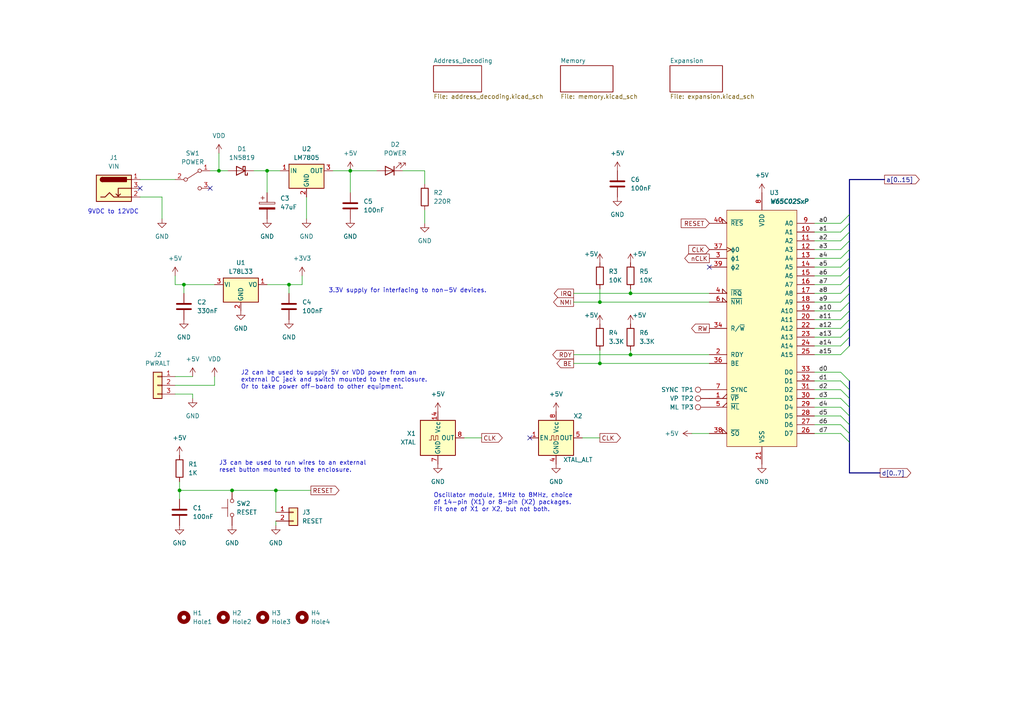
<source format=kicad_sch>
(kicad_sch (version 20230121) (generator eeschema)
  (paper "A4")
  (lib_symbols
    (symbol "Connector:Barrel_Jack_Switch" (pin_names hide)
      (property "Reference" "J" (at 0 5.334 0))
      (property "Value" "Barrel_Jack_Switch" (at 0 -5.08 0))
      (symbol "Barrel_Jack_Switch_0_1"
        (rectangle (start -5.08 3.81) (end 5.08 -3.81) (stroke (width 0.254)) (fill (type background)))
        (arc (start -3.302 3.175) (mid -3.9343 2.54) (end -3.302 1.905) (stroke (width 0.254)))
        (arc (start -3.302 3.175) (mid -3.9343 2.54) (end -3.302 1.905) (stroke (width 0.254)) (fill (type outline)))
        (polyline (pts (xy 1.27 -2.286) (xy 1.905 -1.651)) (stroke (width 0.254)))
        (polyline (pts (xy 5.08 2.54) (xy 3.81 2.54)) (stroke (width 0.254)))
        (polyline (pts (xy 5.08 0) (xy 1.27 0) (xy 1.27 -2.286) (xy 0.635 -1.651)) (stroke (width 0.254)))
        (polyline (pts (xy -3.81 -2.54) (xy -2.54 -2.54) (xy -1.27 -1.27) (xy 0 -2.54) (xy 2.54 -2.54) (xy 5.08 -2.54)) (stroke (width 0.254)))
        (rectangle (start 3.683 3.175) (end -3.302 1.905) (stroke (width 0.254)) (fill (type outline)))
      )
      (symbol "Barrel_Jack_Switch_1_1"
        (pin passive line (at 7.62 2.54 180) (length 2.54) (name "~") (number "1"))
        (pin passive line (at 7.62 -2.54 180) (length 2.54) (name "~") (number "2"))
        (pin passive line (at 7.62 0 180) (length 2.54) (name "~") (number "3"))
      )
    )
    (symbol "Connector:TestPoint" (pin_numbers hide) (pin_names (offset 0.762) hide)
      (property "Reference" "TP" (at 0 6.858 0))
      (property "Value" "TestPoint" (at 0 5.08 0))
      (symbol "TestPoint_0_1"
        (circle (center 0 3.302) (radius 0.762))
      )
      (symbol "TestPoint_1_1"
        (pin passive line (at 0 0 90) (length 2.54) (name "1") (number "1"))
      )
    )
    (symbol "Connector_Generic:Conn_01x02" (pin_names (offset 1.016) hide)
      (property "Reference" "J" (at 0 2.54 0))
      (property "Value" "Conn_01x02" (at 0 -5.08 0))
      (symbol "Conn_01x02_1_1"
        (rectangle (start -1.27 -2.413) (end 0 -2.667) (stroke (width 0.1524)))
        (rectangle (start -1.27 0.127) (end 0 -0.127) (stroke (width 0.1524)))
        (rectangle (start -1.27 1.27) (end 1.27 -3.81) (stroke (width 0.254)) (fill (type background)))
        (pin passive line (at -5.08 0 0) (length 3.81) (name "Pin_1") (number "1"))
        (pin passive line (at -5.08 -2.54 0) (length 3.81) (name "Pin_2") (number "2"))
      )
    )
    (symbol "Connector_Generic:Conn_01x03" (pin_names (offset 1.016) hide)
      (property "Reference" "J" (at 0 5.08 0))
      (property "Value" "Conn_01x03" (at 0 -5.08 0))
      (symbol "Conn_01x03_1_1"
        (rectangle (start -1.27 -2.413) (end 0 -2.667) (stroke (width 0.1524)))
        (rectangle (start -1.27 0.127) (end 0 -0.127) (stroke (width 0.1524)))
        (rectangle (start -1.27 2.667) (end 0 2.413) (stroke (width 0.1524)))
        (rectangle (start -1.27 3.81) (end 1.27 -3.81) (stroke (width 0.254)) (fill (type background)))
        (pin passive line (at -5.08 2.54 0) (length 3.81) (name "Pin_1") (number "1"))
        (pin passive line (at -5.08 0 0) (length 3.81) (name "Pin_2") (number "2"))
        (pin passive line (at -5.08 -2.54 0) (length 3.81) (name "Pin_3") (number "3"))
      )
    )
    (symbol "Device:C" (pin_numbers hide) (pin_names (offset 0.254))
      (property "Reference" "C" (at 0.635 2.54 0))
      (property "Value" "C" (at 0.635 -2.54 0))
      (symbol "C_0_1"
        (polyline (pts (xy -2.032 -0.762) (xy 2.032 -0.762)) (stroke (width 0.508)))
        (polyline (pts (xy -2.032 0.762) (xy 2.032 0.762)) (stroke (width 0.508)))
      )
      (symbol "C_1_1"
        (pin passive line (at 0 3.81 270) (length 2.794) (name "~") (number "1"))
        (pin passive line (at 0 -3.81 90) (length 2.794) (name "~") (number "2"))
      )
    )
    (symbol "Device:C_Polarized" (pin_numbers hide) (pin_names (offset 0.254))
      (property "Reference" "C" (at 0.635 2.54 0))
      (property "Value" "C_Polarized" (at 0.635 -2.54 0))
      (symbol "C_Polarized_0_1"
        (rectangle (start -2.286 0.508) (end 2.286 1.016))
        (polyline (pts (xy -1.778 2.286) (xy -0.762 2.286)))
        (polyline (pts (xy -1.27 2.794) (xy -1.27 1.778)))
        (rectangle (start 2.286 -0.508) (end -2.286 -1.016) (fill (type outline)))
      )
      (symbol "C_Polarized_1_1"
        (pin passive line (at 0 3.81 270) (length 2.794) (name "~") (number "1"))
        (pin passive line (at 0 -3.81 90) (length 2.794) (name "~") (number "2"))
      )
    )
    (symbol "Device:LED" (pin_numbers hide) (pin_names (offset 1.016) hide)
      (property "Reference" "D" (at 0 2.54 0))
      (property "Value" "LED" (at 0 -2.54 0))
      (symbol "LED_0_1"
        (polyline (pts (xy -1.27 -1.27) (xy -1.27 1.27)) (stroke (width 0.254)))
        (polyline (pts (xy -1.27 0) (xy 1.27 0)))
        (polyline (pts (xy 1.27 -1.27) (xy 1.27 1.27) (xy -1.27 0) (xy 1.27 -1.27)) (stroke (width 0.254)))
        (polyline (pts (xy -3.048 -0.762) (xy -4.572 -2.286) (xy -3.81 -2.286) (xy -4.572 -2.286) (xy -4.572 -1.524)))
        (polyline (pts (xy -1.778 -0.762) (xy -3.302 -2.286) (xy -2.54 -2.286) (xy -3.302 -2.286) (xy -3.302 -1.524)))
      )
      (symbol "LED_1_1"
        (pin passive line (at -3.81 0 0) (length 2.54) (name "K") (number "1"))
        (pin passive line (at 3.81 0 180) (length 2.54) (name "A") (number "2"))
      )
    )
    (symbol "Device:R" (pin_numbers hide) (pin_names (offset 0))
      (property "Reference" "R" (at 2.032 0 90))
      (property "Value" "R" (at 0 0 90))
      (symbol "R_0_1"
        (rectangle (start -1.016 -2.54) (end 1.016 2.54) (stroke (width 0.254)))
      )
      (symbol "R_1_1"
        (pin passive line (at 0 3.81 270) (length 1.27) (name "~") (number "1"))
        (pin passive line (at 0 -3.81 90) (length 1.27) (name "~") (number "2"))
      )
    )
    (symbol "Diode:1N5819" (pin_numbers hide) (pin_names (offset 1.016) hide)
      (property "Reference" "D" (at 0 2.54 0))
      (property "Value" "1N5819" (at 0 -2.54 0))
      (symbol "1N5819_0_1"
        (polyline (pts (xy 1.27 0) (xy -1.27 0)))
        (polyline (pts (xy 1.27 1.27) (xy 1.27 -1.27) (xy -1.27 0) (xy 1.27 1.27)) (stroke (width 0.254)))
        (polyline (pts (xy -1.905 0.635) (xy -1.905 1.27) (xy -1.27 1.27) (xy -1.27 -1.27) (xy -0.635 -1.27) (xy -0.635 -0.635)) (stroke (width 0.254)))
      )
      (symbol "1N5819_1_1"
        (pin passive line (at -3.81 0 0) (length 2.54) (name "K") (number "1"))
        (pin passive line (at 3.81 0 180) (length 2.54) (name "A") (number "2"))
      )
    )
    (symbol "MOS6502:W65C02SxP" (pin_names (offset 1.016))
      (property "Reference" "U" (at -10.16 35.56 0))
      (property "Value" "W65C02SxP" (at 0 0 90))
      (symbol "W65C02SxP_0_1"
        (rectangle (start -10.16 34.29) (end 10.16 -34.29) (fill (type background)))
      )
      (symbol "W65C02SxP_1_1"
        (pin output output_low (at -15.24 -20.32 0) (length 5.08) (name "~{VP}") (number "1"))
        (pin tri_state line (at 15.24 27.94 180) (length 5.08) (name "A1") (number "10"))
        (pin tri_state line (at 15.24 25.4 180) (length 5.08) (name "A2") (number "11"))
        (pin tri_state line (at 15.24 22.86 180) (length 5.08) (name "A3") (number "12"))
        (pin tri_state line (at 15.24 20.32 180) (length 5.08) (name "A4") (number "13"))
        (pin tri_state line (at 15.24 17.78 180) (length 5.08) (name "A5") (number "14"))
        (pin tri_state line (at 15.24 15.24 180) (length 5.08) (name "A6") (number "15"))
        (pin tri_state line (at 15.24 12.7 180) (length 5.08) (name "A7") (number "16"))
        (pin tri_state line (at 15.24 10.16 180) (length 5.08) (name "A8") (number "17"))
        (pin tri_state line (at 15.24 7.62 180) (length 5.08) (name "A9") (number "18"))
        (pin tri_state line (at 15.24 5.08 180) (length 5.08) (name "A10") (number "19"))
        (pin open_collector line (at -15.24 -7.62 0) (length 5.08) (name "RDY") (number "2"))
        (pin tri_state line (at 15.24 2.54 180) (length 5.08) (name "A11") (number "20"))
        (pin power_in line (at 0 -39.37 90) (length 5.08) (name "VSS") (number "21"))
        (pin tri_state line (at 15.24 0 180) (length 5.08) (name "A12") (number "22"))
        (pin tri_state line (at 15.24 -2.54 180) (length 5.08) (name "A13") (number "23"))
        (pin tri_state line (at 15.24 -5.08 180) (length 5.08) (name "A14") (number "24"))
        (pin tri_state line (at 15.24 -7.62 180) (length 5.08) (name "A15") (number "25"))
        (pin bidirectional line (at 15.24 -30.48 180) (length 5.08) (name "D7") (number "26"))
        (pin bidirectional line (at 15.24 -27.94 180) (length 5.08) (name "D6") (number "27"))
        (pin bidirectional line (at 15.24 -25.4 180) (length 5.08) (name "D5") (number "28"))
        (pin bidirectional line (at 15.24 -22.86 180) (length 5.08) (name "D4") (number "29"))
        (pin output line (at -15.24 20.32 0) (length 5.08) (name "ϕ1") (number "3"))
        (pin bidirectional line (at 15.24 -20.32 180) (length 5.08) (name "D3") (number "30"))
        (pin bidirectional line (at 15.24 -17.78 180) (length 5.08) (name "D2") (number "31"))
        (pin bidirectional line (at 15.24 -15.24 180) (length 5.08) (name "D1") (number "32"))
        (pin bidirectional line (at 15.24 -12.7 180) (length 5.08) (name "D0") (number "33"))
        (pin tri_state line (at -15.24 0 0) (length 5.08) (name "R/~{W}") (number "34"))
        (pin no_connect non_logic (at -10.16 -27.94 0) (length 2.54) hide (name "nc") (number "35"))
        (pin input line (at -15.24 -10.16 0) (length 5.08) (name "BE") (number "36"))
        (pin input clock (at -15.24 22.86 0) (length 5.08) (name "ϕ0") (number "37"))
        (pin input input_low (at -15.24 -30.48 0) (length 5.08) (name "~{SO}") (number "38"))
        (pin output line (at -15.24 17.78 0) (length 5.08) (name "ϕ2") (number "39"))
        (pin input input_low (at -15.24 10.16 0) (length 5.08) (name "~{IRQ}") (number "4"))
        (pin input input_low (at -15.24 30.48 0) (length 5.08) (name "~{RES}") (number "40"))
        (pin output output_low (at -15.24 -22.86 0) (length 5.08) (name "~{ML}") (number "5"))
        (pin input input_low (at -15.24 7.62 0) (length 5.08) (name "~{NMI}") (number "6"))
        (pin output line (at -15.24 -17.78 0) (length 5.08) (name "SYNC") (number "7"))
        (pin power_in line (at 0 39.37 270) (length 5.08) (name "VDD") (number "8"))
        (pin tri_state line (at 15.24 30.48 180) (length 5.08) (name "A0") (number "9"))
      )
    )
    (symbol "Mechanical:MountingHole" (pin_names (offset 1.016))
      (property "Reference" "H" (at 0 5.08 0))
      (property "Value" "MountingHole" (at 0 3.175 0))
      (symbol "MountingHole_0_1"
        (circle (center 0 0) (radius 1.27) (stroke (width 1.27)))
      )
    )
    (symbol "Oscillator:ACO-xxxMHz" (pin_names (offset 0.254))
      (property "Reference" "X" (at -5.08 6.35 0))
      (property "Value" "ACO-xxxMHz" (at 1.27 -6.35 0))
      (symbol "ACO-xxxMHz_0_1"
        (rectangle (start -5.08 5.08) (end 5.08 -5.08) (stroke (width 0.254)) (fill (type background)))
        (polyline (pts (xy -2.54 -0.635) (xy -1.905 -0.635) (xy -1.905 0.635) (xy -1.27 0.635) (xy -1.27 -0.635) (xy -0.635 -0.635) (xy -0.635 0.635) (xy 0 0.635) (xy 0 -0.635)))
      )
      (symbol "ACO-xxxMHz_1_1"
        (pin no_connect line (at -5.08 2.54 0) (length 2.54) hide (name "NC") (number "1"))
        (pin power_in line (at 0 7.62 270) (length 2.54) (name "Vcc") (number "14"))
        (pin power_in line (at 0 -7.62 90) (length 2.54) (name "GND") (number "7"))
        (pin output line (at 7.62 0 180) (length 2.54) (name "OUT") (number "8"))
      )
    )
    (symbol "Oscillator:CXO_DIP8" (pin_names (offset 0.254))
      (property "Reference" "X" (at -5.08 6.35 0))
      (property "Value" "CXO_DIP8" (at 1.27 -6.35 0))
      (symbol "CXO_DIP8_0_1"
        (rectangle (start -5.08 5.08) (end 5.08 -5.08) (stroke (width 0.254)) (fill (type background)))
        (polyline (pts (xy -1.905 -0.635) (xy -1.27 -0.635) (xy -1.27 0.635) (xy -0.635 0.635) (xy -0.635 -0.635) (xy 0 -0.635) (xy 0 0.635) (xy 0.635 0.635) (xy 0.635 -0.635)))
      )
      (symbol "CXO_DIP8_1_1"
        (pin input line (at -7.62 0 0) (length 2.54) (name "EN") (number "1"))
        (pin power_in line (at 0 -7.62 90) (length 2.54) (name "GND") (number "4"))
        (pin output line (at 7.62 0 180) (length 2.54) (name "OUT") (number "5"))
        (pin power_in line (at 0 7.62 270) (length 2.54) (name "Vcc") (number "8"))
      )
    )
    (symbol "Regulator_Linear:L7805" (pin_names (offset 0.254))
      (property "Reference" "U" (at -3.81 3.175 0))
      (property "Value" "L7805" (at 0 3.175 0))
      (symbol "L7805_0_1"
        (rectangle (start -5.08 1.905) (end 5.08 -5.08) (stroke (width 0.254)) (fill (type background)))
      )
      (symbol "L7805_1_1"
        (pin power_in line (at -7.62 0 0) (length 2.54) (name "IN") (number "1"))
        (pin power_in line (at 0 -7.62 90) (length 2.54) (name "GND") (number "2"))
        (pin power_out line (at 7.62 0 180) (length 2.54) (name "OUT") (number "3"))
      )
    )
    (symbol "Regulator_Linear:L78L33_TO92" (pin_names (offset 0.254))
      (property "Reference" "U" (at -3.81 3.175 0))
      (property "Value" "L78L33_TO92" (at 0 3.175 0))
      (symbol "L78L33_TO92_0_1"
        (rectangle (start -5.08 -5.08) (end 5.08 1.905) (stroke (width 0.254)) (fill (type background)))
      )
      (symbol "L78L33_TO92_1_1"
        (pin power_out line (at 7.62 0 180) (length 2.54) (name "VO") (number "1"))
        (pin power_in line (at 0 -7.62 90) (length 2.54) (name "GND") (number "2"))
        (pin power_in line (at -7.62 0 0) (length 2.54) (name "VI") (number "3"))
      )
    )
    (symbol "Switch:SW_Push" (pin_numbers hide) (pin_names (offset 1.016) hide)
      (property "Reference" "SW" (at 1.27 2.54 0))
      (property "Value" "SW_Push" (at 0 -1.524 0))
      (symbol "SW_Push_0_1"
        (circle (center -2.032 0) (radius 0.508))
        (polyline (pts (xy 0 1.27) (xy 0 3.048)))
        (polyline (pts (xy 2.54 1.27) (xy -2.54 1.27)))
        (circle (center 2.032 0) (radius 0.508))
        (pin passive line (at -5.08 0 0) (length 2.54) (name "1") (number "1"))
        (pin passive line (at 5.08 0 180) (length 2.54) (name "2") (number "2"))
      )
    )
    (symbol "Switch:SW_SPDT" (pin_names (offset 0) hide)
      (property "Reference" "SW" (at 0 4.318 0))
      (property "Value" "SW_SPDT" (at 0 -5.08 0))
      (symbol "SW_SPDT_0_0"
        (circle (center -2.032 0) (radius 0.508))
        (circle (center 2.032 -2.54) (radius 0.508))
      )
      (symbol "SW_SPDT_0_1"
        (polyline (pts (xy -1.524 0.254) (xy 1.651 2.286)))
        (circle (center 2.032 2.54) (radius 0.508))
      )
      (symbol "SW_SPDT_1_1"
        (pin passive line (at 5.08 2.54 180) (length 2.54) (name "A") (number "1"))
        (pin passive line (at -5.08 0 0) (length 2.54) (name "B") (number "2"))
        (pin passive line (at 5.08 -2.54 180) (length 2.54) (name "C") (number "3"))
      )
    )
    (symbol "power:+3V3" (power) (pin_names (offset 0))
      (property "Value" "+3V3" (at 0 3.556 0))
      (symbol "+3V3_0_1"
        (polyline (pts (xy -0.762 1.27) (xy 0 2.54)))
        (polyline (pts (xy 0 0) (xy 0 2.54)))
        (polyline (pts (xy 0 2.54) (xy 0.762 1.27)))
      )
      (symbol "+3V3_1_1"
        (pin power_in line (at 0 0 90) (length 0) hide (name "+3V3") (number "1"))
      )
    )
    (symbol "power:+5V" (power) (pin_names (offset 0))
      (property "Value" "+5V" (at 0 3.556 0))
      (symbol "+5V_0_1"
        (polyline (pts (xy -0.762 1.27) (xy 0 2.54)))
        (polyline (pts (xy 0 0) (xy 0 2.54)))
        (polyline (pts (xy 0 2.54) (xy 0.762 1.27)))
      )
      (symbol "+5V_1_1"
        (pin power_in line (at 0 0 90) (length 0) hide (name "+5V") (number "1"))
      )
    )
    (symbol "power:GND" (power) (pin_names (offset 0))
      (property "Value" "GND" (at 0 -3.81 0))
      (symbol "GND_0_1"
        (polyline (pts (xy 0 0) (xy 0 -1.27) (xy 1.27 -1.27) (xy 0 -2.54) (xy -1.27 -1.27) (xy 0 -1.27)))
      )
      (symbol "GND_1_1"
        (pin power_in line (at 0 0 270) (length 0) hide (name "GND") (number "1"))
      )
    )
    (symbol "power:VDD" (power) (pin_names (offset 0))
      (property "Value" "VDD" (at 0 3.81 0))
      (symbol "VDD_0_1"
        (polyline (pts (xy -0.762 1.27) (xy 0 2.54)))
        (polyline (pts (xy 0 0) (xy 0 2.54)))
        (polyline (pts (xy 0 2.54) (xy 0.762 1.27)))
      )
      (symbol "VDD_1_1"
        (pin power_in line (at 0 0 90) (length 0) hide (name "VDD") (number "1"))
      )
    )
  )
  (junction (at 83.82 82.55))
  (junction (at 67.31 142.24))
  (junction (at 63.5 49.53))
  (junction (at 173.99 87.63))
  (junction (at 80.01 142.24))
  (junction (at 182.88 85.09))
  (junction (at 173.99 105.41))
  (junction (at 52.07 142.24))
  (junction (at 53.34 82.55))
  (junction (at 182.88 102.87))
  (junction (at 101.6 49.53))
  (junction (at 77.47 49.53))
  (no_connect (at 40.64 54.61))
  (no_connect (at 153.67 127))
  (no_connect (at 205.74 77.47))
  (no_connect (at 60.96 54.61))
  (bus_entry (at 243.84 95.25) (size 2.54 -2.54))
  (bus_entry (at 246.38 120.65) (size -2.54 -2.54))
  (bus_entry (at 243.84 80.01) (size 2.54 -2.54))
  (bus_entry (at 243.84 69.85) (size 2.54 -2.54))
  (bus_entry (at 243.84 72.39) (size 2.54 -2.54))
  (bus_entry (at 243.84 77.47) (size 2.54 -2.54))
  (bus_entry (at 243.84 102.87) (size 2.54 -2.54))
  (bus_entry (at 243.84 67.31) (size 2.54 -2.54))
  (bus_entry (at 246.38 128.27) (size -2.54 -2.54))
  (bus_entry (at 243.84 64.77) (size 2.54 -2.54))
  (bus_entry (at 243.84 85.09) (size 2.54 -2.54))
  (bus_entry (at 243.84 74.93) (size 2.54 -2.54))
  (bus_entry (at 246.38 123.19) (size -2.54 -2.54))
  (bus_entry (at 246.38 125.73) (size -2.54 -2.54))
  (bus_entry (at 246.38 110.49) (size -2.54 -2.54))
  (bus_entry (at 243.84 92.71) (size 2.54 -2.54))
  (bus_entry (at 246.38 118.11) (size -2.54 -2.54))
  (bus_entry (at 243.84 97.79) (size 2.54 -2.54))
  (bus_entry (at 243.84 82.55) (size 2.54 -2.54))
  (bus_entry (at 243.84 100.33) (size 2.54 -2.54))
  (bus_entry (at 243.84 90.17) (size 2.54 -2.54))
  (bus_entry (at 246.38 115.57) (size -2.54 -2.54))
  (bus_entry (at 246.38 113.03) (size -2.54 -2.54))
  (bus_entry (at 243.84 87.63) (size 2.54 -2.54))
  (wire (pts (xy 62.23 111.76) (xy 62.23 109.22)))
  (wire (pts (xy 80.01 142.24) (xy 80.01 148.59)))
  (bus (pts (xy 246.38 72.39) (xy 246.38 69.85)))
  (wire (pts (xy 87.63 82.55) (xy 87.63 80.01)))
  (wire (pts (xy 236.22 64.77) (xy 243.84 64.77)))
  (wire (pts (xy 236.22 110.49) (xy 243.84 110.49)))
  (bus (pts (xy 246.38 85.09) (xy 246.38 82.55)))
  (wire (pts (xy 182.88 83.82) (xy 182.88 85.09)))
  (wire (pts (xy 236.22 85.09) (xy 243.84 85.09)))
  (wire (pts (xy 166.37 85.09) (xy 182.88 85.09)))
  (wire (pts (xy 63.5 44.45) (xy 63.5 49.53)))
  (bus (pts (xy 246.38 115.57) (xy 246.38 118.11)))
  (bus (pts (xy 246.38 87.63) (xy 246.38 85.09)))
  (wire (pts (xy 101.6 49.53) (xy 101.6 55.88)))
  (bus (pts (xy 246.38 100.33) (xy 246.38 97.79)))
  (wire (pts (xy 63.5 49.53) (xy 66.04 49.53)))
  (wire (pts (xy 50.8 109.22) (xy 55.88 109.22)))
  (wire (pts (xy 62.23 82.55) (xy 53.34 82.55)))
  (wire (pts (xy 236.22 77.47) (xy 243.84 77.47)))
  (wire (pts (xy 77.47 82.55) (xy 83.82 82.55)))
  (wire (pts (xy 236.22 72.39) (xy 243.84 72.39)))
  (bus (pts (xy 246.38 95.25) (xy 246.38 92.71)))
  (wire (pts (xy 52.07 142.24) (xy 52.07 144.78)))
  (bus (pts (xy 246.38 62.23) (xy 246.38 52.07)))
  (bus (pts (xy 246.38 80.01) (xy 246.38 77.47)))
  (bus (pts (xy 246.38 69.85) (xy 246.38 67.31)))
  (wire (pts (xy 83.82 82.55) (xy 87.63 82.55)))
  (wire (pts (xy 236.22 97.79) (xy 243.84 97.79)))
  (wire (pts (xy 77.47 49.53) (xy 77.47 55.88)))
  (wire (pts (xy 116.84 49.53) (xy 123.19 49.53)))
  (bus (pts (xy 246.38 123.19) (xy 246.38 125.73)))
  (wire (pts (xy 236.22 102.87) (xy 243.84 102.87)))
  (wire (pts (xy 40.64 52.07) (xy 50.8 52.07)))
  (bus (pts (xy 246.38 64.77) (xy 246.38 62.23)))
  (wire (pts (xy 101.6 49.53) (xy 109.22 49.53)))
  (wire (pts (xy 168.91 127) (xy 173.99 127)))
  (wire (pts (xy 173.99 101.6) (xy 173.99 105.41)))
  (wire (pts (xy 236.22 69.85) (xy 243.84 69.85)))
  (wire (pts (xy 96.52 49.53) (xy 101.6 49.53)))
  (wire (pts (xy 46.99 57.15) (xy 46.99 63.5)))
  (wire (pts (xy 80.01 151.13) (xy 80.01 152.4)))
  (bus (pts (xy 246.38 120.65) (xy 246.38 123.19)))
  (wire (pts (xy 236.22 67.31) (xy 243.84 67.31)))
  (wire (pts (xy 50.8 114.3) (xy 55.88 114.3)))
  (wire (pts (xy 236.22 107.95) (xy 243.84 107.95)))
  (wire (pts (xy 182.88 102.87) (xy 205.74 102.87)))
  (wire (pts (xy 236.22 113.03) (xy 243.84 113.03)))
  (wire (pts (xy 236.22 125.73) (xy 243.84 125.73)))
  (bus (pts (xy 246.38 67.31) (xy 246.38 64.77)))
  (wire (pts (xy 166.37 102.87) (xy 182.88 102.87)))
  (wire (pts (xy 236.22 115.57) (xy 243.84 115.57)))
  (wire (pts (xy 83.82 82.55) (xy 83.82 85.09)))
  (wire (pts (xy 52.07 142.24) (xy 67.31 142.24)))
  (wire (pts (xy 50.8 82.55) (xy 50.8 80.01)))
  (wire (pts (xy 73.66 49.53) (xy 77.47 49.53)))
  (bus (pts (xy 246.38 77.47) (xy 246.38 74.93)))
  (wire (pts (xy 236.22 87.63) (xy 243.84 87.63)))
  (wire (pts (xy 236.22 90.17) (xy 243.84 90.17)))
  (wire (pts (xy 173.99 105.41) (xy 205.74 105.41)))
  (wire (pts (xy 182.88 101.6) (xy 182.88 102.87)))
  (wire (pts (xy 173.99 83.82) (xy 173.99 87.63)))
  (wire (pts (xy 166.37 87.63) (xy 173.99 87.63)))
  (wire (pts (xy 173.99 87.63) (xy 205.74 87.63)))
  (bus (pts (xy 246.38 52.07) (xy 256.54 52.07)))
  (wire (pts (xy 53.34 82.55) (xy 50.8 82.55)))
  (wire (pts (xy 53.34 82.55) (xy 53.34 85.09)))
  (wire (pts (xy 236.22 74.93) (xy 243.84 74.93)))
  (wire (pts (xy 236.22 82.55) (xy 243.84 82.55)))
  (bus (pts (xy 246.38 82.55) (xy 246.38 80.01)))
  (wire (pts (xy 134.62 127) (xy 139.7 127)))
  (bus (pts (xy 246.38 92.71) (xy 246.38 90.17)))
  (wire (pts (xy 182.88 85.09) (xy 205.74 85.09)))
  (wire (pts (xy 77.47 49.53) (xy 81.28 49.53)))
  (wire (pts (xy 123.19 60.96) (xy 123.19 64.77)))
  (wire (pts (xy 80.01 142.24) (xy 90.17 142.24)))
  (bus (pts (xy 246.38 118.11) (xy 246.38 120.65)))
  (bus (pts (xy 246.38 137.16) (xy 255.27 137.16)))
  (wire (pts (xy 52.07 139.7) (xy 52.07 142.24)))
  (wire (pts (xy 166.37 105.41) (xy 173.99 105.41)))
  (wire (pts (xy 236.22 118.11) (xy 243.84 118.11)))
  (wire (pts (xy 236.22 80.01) (xy 243.84 80.01)))
  (wire (pts (xy 67.31 142.24) (xy 80.01 142.24)))
  (wire (pts (xy 200.66 125.73) (xy 205.74 125.73)))
  (bus (pts (xy 246.38 113.03) (xy 246.38 115.57)))
  (wire (pts (xy 55.88 114.3) (xy 55.88 115.57)))
  (wire (pts (xy 236.22 123.19) (xy 243.84 123.19)))
  (wire (pts (xy 123.19 49.53) (xy 123.19 53.34)))
  (wire (pts (xy 40.64 57.15) (xy 46.99 57.15)))
  (bus (pts (xy 246.38 128.27) (xy 246.38 137.16)))
  (wire (pts (xy 60.96 49.53) (xy 63.5 49.53)))
  (bus (pts (xy 246.38 74.93) (xy 246.38 72.39)))
  (bus (pts (xy 246.38 97.79) (xy 246.38 95.25)))
  (bus (pts (xy 246.38 125.73) (xy 246.38 128.27)))
  (wire (pts (xy 236.22 100.33) (xy 243.84 100.33)))
  (wire (pts (xy 236.22 95.25) (xy 243.84 95.25)))
  (wire (pts (xy 236.22 120.65) (xy 243.84 120.65)))
  (wire (pts (xy 88.9 57.15) (xy 88.9 63.5)))
  (bus (pts (xy 246.38 110.49) (xy 246.38 113.03)))
  (wire (pts (xy 50.8 111.76) (xy 62.23 111.76)))
  (wire (pts (xy 236.22 92.71) (xy 243.84 92.71)))
  (bus (pts (xy 246.38 90.17) (xy 246.38 87.63)))
  (text "J2 can be used to supply 5V or VDD power from an\nexternal DC jack and switch mounted to the enclosure.\nOr to take power off-board to other equipment." (at 69.85 113.03 0) (effects (font (size 1.27 1.27)) (justify left bottom)))
  (text "Oscillator module, 1MHz to 8MHz, choice\nof 14-pin (X1) or 8-pin (X2) packages.\nFit one of X1 or X2, but not both." (at 125.73 148.59 0) (effects (font (size 1.27 1.27)) (justify left bottom)))
  (text "9VDC to 12VDC" (at 25.4 62.23 0) (effects (font (size 1.27 1.27)) (justify left bottom)))
  (text "J3 can be used to run wires to an external\nreset button mounted to the enclosure." (at 63.5 137.16 0) (effects (font (size 1.27 1.27)) (justify left bottom)))
  (text "3.3V supply for interfacing to non-5V devices." (at 95.25 85.09 0) (effects (font (size 1.27 1.27)) (justify left bottom)))
  (label "a13" (at 237.49 97.79 0))
  (label "a7" (at 237.49 82.55 0))
  (label "d5" (at 237.49 120.65 0))
  (label "a1" (at 237.49 67.31 0))
  (label "a9" (at 237.49 87.63 0))
  (label "a3" (at 237.49 72.39 0))
  (label "a6" (at 237.49 80.01 0))
  (label "a10" (at 237.49 90.17 0))
  (label "d4" (at 237.49 118.11 0))
  (label "a2" (at 237.49 69.85 0))
  (label "d6" (at 237.49 123.19 0))
  (label "a12" (at 237.49 95.25 0))
  (label "d2" (at 237.49 113.03 0))
  (label "d7" (at 237.49 125.73 0))
  (label "d0" (at 237.49 107.95 0))
  (label "a14" (at 237.49 100.33 0))
  (label "d1" (at 237.49 110.49 0))
  (label "a11" (at 237.49 92.71 0))
  (label "a4" (at 237.49 74.93 0))
  (label "d3" (at 237.49 115.57 0))
  (label "a5" (at 237.49 77.47 0))
  (label "a0" (at 237.49 64.77 0))
  (label "a15" (at 237.49 102.87 0))
  (label "a8" (at 237.49 85.09 0))
  (global_label "nCLK" (shape output) (at 205.74 74.93 180) (property "Intersheetrefs" "${INTERSHEET_REFS}" (effects hide)))
  (global_label "RESET" (shape input) (at 205.74 64.77 180) (property "Intersheetrefs" "${INTERSHEET_REFS}" (effects hide)))
  (global_label "a[0..15]" (shape output) (at 256.54 52.07 0) (property "Intersheetrefs" "${INTERSHEET_REFS}" (effects hide)))
  (global_label "CLK" (shape output) (at 139.7 127 0) (property "Intersheetrefs" "${INTERSHEET_REFS}" (effects hide)))
  (global_label "BE" (shape output) (at 166.37 105.41 180) (property "Intersheetrefs" "${INTERSHEET_REFS}" (effects hide)))
  (global_label "IRQ" (shape output) (at 166.37 85.09 180) (property "Intersheetrefs" "${INTERSHEET_REFS}" (effects hide)))
  (global_label "CLK" (shape output) (at 173.99 127 0) (property "Intersheetrefs" "${INTERSHEET_REFS}" (effects hide)))
  (global_label "d[0..7]" (shape output) (at 255.27 137.16 0) (property "Intersheetrefs" "${INTERSHEET_REFS}" (effects hide)))
  (global_label "CLK" (shape input) (at 205.74 72.39 180) (property "Intersheetrefs" "${INTERSHEET_REFS}" (effects hide)))
  (global_label "RESET" (shape output) (at 90.17 142.24 0) (property "Intersheetrefs" "${INTERSHEET_REFS}" (effects hide)))
  (global_label "NMI" (shape output) (at 166.37 87.63 180) (property "Intersheetrefs" "${INTERSHEET_REFS}" (effects hide)))
  (global_label "RDY" (shape output) (at 166.37 102.87 180) (property "Intersheetrefs" "${INTERSHEET_REFS}" (effects hide)))
  (global_label "RW" (shape output) (at 205.74 95.25 180) (property "Intersheetrefs" "${INTERSHEET_REFS}" (effects hide)))
  (symbol (lib_id "power:+3V3") (at 87.63 80.01 0) (unit 1)
    (property "Reference" "#PWR015" (effects hide))
    (property "Value" "+3V3" (at 87.63 74.93 0))
  )
  (symbol (lib_id "power:+5V") (at 50.8 80.01 0) (unit 1)
    (property "Reference" "#PWR02" (effects hide))
    (property "Value" "+5V" (at 50.8 74.93 0))
  )
  (symbol (lib_id "Device:R") (at 52.07 135.89 0) (unit 1)
    (property "Reference" "R1" (at 54.61 134.62 0) (effects (justify left)))
    (property "Value" "1K" (at 54.61 137.16 0) (effects (justify left)))
    (property "Footprint" "Resistor_THT:R_Axial_DIN0207_L6.3mm_D2.5mm_P7.62mm_Horizontal" (effects hide))
  )
  (symbol (lib_id "Device:C") (at 179.07 53.34 0) (unit 1)
    (property "Reference" "C6" (at 182.88 52.07 0) (effects (justify left)))
    (property "Value" "100nF" (at 182.88 54.61 0) (effects (justify left)))
    (property "Footprint" "Capacitor_THT:C_Disc_D6.0mm_W2.5mm_P5.00mm" (effects hide))
  )
  (symbol (lib_id "power:+5V") (at 161.29 119.38 0) (unit 1)
    (property "Reference" "#PWR022" (effects hide))
    (property "Value" "+5V" (at 161.29 114.3 0))
  )
  (symbol (lib_id "power:GND") (at 52.07 152.4 0) (unit 1)
    (property "Reference" "#PWR04" (effects hide))
    (property "Value" "GND" (at 52.07 157.48 0))
  )
  (symbol (lib_id "power:+5V") (at 200.66 125.73 90) (unit 1)
    (property "Reference" "#PWR030" (effects hide))
    (property "Value" "+5V" (at 196.85 125.73 90) (effects (justify left)))
  )
  (symbol (lib_id "Switch:SW_SPDT") (at 55.88 52.07 0) (unit 1)
    (property "Reference" "SW1" (at 55.88 44.45 0))
    (property "Value" "POWER" (at 55.88 46.99 0))
    (property "Footprint" "Connector_PinHeader_2.54mm:PinHeader_1x03_P2.54mm_Vertical" (effects hide))
  )
  (symbol (lib_id "Switch:SW_Push") (at 67.31 147.32 90) (unit 1)
    (property "Reference" "SW2" (at 68.58 146.05 90) (effects (justify right)))
    (property "Value" "RESET" (at 68.58 148.59 90) (effects (justify right)))
    (property "Footprint" "Button_Switch_THT:SW_PUSH_6mm_H5mm" (effects hide))
  )
  (symbol (lib_id "power:GND") (at 123.19 64.77 0) (unit 1)
    (property "Reference" "#PWR019" (effects hide))
    (property "Value" "GND" (at 123.19 69.85 0))
  )
  (symbol (lib_id "Mechanical:MountingHole") (at 53.34 179.07 0) (unit 1)
    (property "Reference" "H1" (at 55.88 177.8 0) (effects (justify left)))
    (property "Value" "Hole1" (at 55.88 180.34 0) (effects (justify left)))
    (property "Footprint" "MountingHole:MountingHole_3.2mm_M3" (effects hide))
  )
  (symbol (lib_id "Connector:TestPoint") (at 205.74 113.03 90) (unit 1)
    (property "Reference" "TP1" (at 199.39 113.03 90))
    (property "Value" "SYNC" (at 194.31 113.03 90))
    (property "Footprint" "TestPoint:TestPoint_Pad_D1.0mm" (effects hide))
  )
  (symbol (lib_id "power:GND") (at 220.98 134.62 0) (unit 1)
    (property "Reference" "#PWR032" (effects hide))
    (property "Value" "GND" (at 220.98 139.7 0))
  )
  (symbol (lib_id "Mechanical:MountingHole") (at 76.2 179.07 0) (unit 1)
    (property "Reference" "H3" (at 78.74 177.8 0) (effects (justify left)))
    (property "Value" "Hole3" (at 78.74 180.34 0) (effects (justify left)))
    (property "Footprint" "MountingHole:MountingHole_3.2mm_M3" (effects hide))
  )
  (symbol (lib_id "power:GND") (at 69.85 90.17 0) (unit 1)
    (property "Reference" "#PWR011" (effects hide))
    (property "Value" "GND" (at 69.85 95.25 0))
  )
  (symbol (lib_id "MOS6502:W65C02SxP") (at 220.98 95.25 0) (unit 1)
    (property "Reference" "U3" (at 223.1741 55.88 0) (effects (justify left)))
    (property "Value" "W65C02SxP" (at 223.1741 58.42 0) (effects (font bold italic) (justify left)))
    (property "Footprint" "Package_DIP:DIP-40_W15.24mm" (effects hide))
    (property "Datasheet" "http://www.westerndesigncenter.com/wdc/documentation/w65c02s.pdf" (effects hide))
  )
  (symbol (lib_id "power:+5V") (at 55.88 109.22 0) (unit 1)
    (property "Reference" "#PWR06" (effects hide))
    (property "Value" "+5V" (at 55.88 104.14 0))
  )
  (symbol (lib_id "power:GND") (at 77.47 63.5 0) (unit 1)
    (property "Reference" "#PWR012" (effects hide))
    (property "Value" "GND" (at 77.47 68.58 0))
  )
  (symbol (lib_id "power:GND") (at 67.31 152.4 0) (unit 1)
    (property "Reference" "#PWR010" (effects hide))
    (property "Value" "GND" (at 67.31 157.48 0))
  )
  (symbol (lib_id "power:GND") (at 83.82 92.71 0) (unit 1)
    (property "Reference" "#PWR014" (effects hide))
    (property "Value" "GND" (at 83.82 97.79 0))
  )
  (symbol (lib_id "power:VDD") (at 62.23 109.22 0) (unit 1)
    (property "Reference" "#PWR08" (effects hide))
    (property "Value" "VDD" (at 62.23 104.14 0))
  )
  (symbol (lib_id "power:GND") (at 46.99 63.5 0) (unit 1)
    (property "Reference" "#PWR01" (effects hide))
    (property "Value" "GND" (at 46.99 68.58 0))
  )
  (symbol (lib_id "power:GND") (at 53.34 92.71 0) (unit 1)
    (property "Reference" "#PWR05" (effects hide))
    (property "Value" "GND" (at 53.34 97.79 0))
  )
  (symbol (lib_id "power:VDD") (at 63.5 44.45 0) (unit 1)
    (property "Reference" "#PWR09" (effects hide))
    (property "Value" "VDD" (at 63.5 39.37 0))
  )
  (symbol (lib_id "Regulator_Linear:L7805") (at 88.9 49.53 0) (unit 1)
    (property "Reference" "U2" (at 88.9 43.18 0))
    (property "Value" "LM7805" (at 88.9 45.72 0))
    (property "Footprint" "Package_TO_SOT_THT:TO-220-3_Horizontal_TabDown" (effects hide))
    (property "Datasheet" "http://www.st.com/content/ccc/resource/technical/document/datasheet/41/4f/b3/b0/12/d4/47/88/CD00000444.pdf/files/CD00000444.pdf/jcr:content/translations/en.CD00000444.pdf" (effects hide))
  )
  (symbol (lib_id "power:+5V") (at 173.99 93.98 0) (unit 1)
    (property "Reference" "#PWR025" (effects hide))
    (property "Value" "+5V" (at 171.45 91.44 0))
  )
  (symbol (lib_id "power:+5V") (at 52.07 132.08 0) (unit 1)
    (property "Reference" "#PWR03" (effects hide))
    (property "Value" "+5V" (at 52.07 127 0))
  )
  (symbol (lib_id "power:GND") (at 179.07 57.15 0) (unit 1)
    (property "Reference" "#PWR027" (effects hide))
    (property "Value" "GND" (at 179.07 62.23 0))
  )
  (symbol (lib_id "Device:R") (at 182.88 97.79 0) (unit 1)
    (property "Reference" "R6" (at 185.42 96.52 0) (effects (justify left)))
    (property "Value" "3.3K" (at 185.42 99.06 0) (effects (justify left)))
    (property "Footprint" "Resistor_THT:R_Axial_DIN0207_L6.3mm_D2.5mm_P7.62mm_Horizontal" (effects hide))
  )
  (symbol (lib_id "Device:R") (at 182.88 80.01 0) (unit 1)
    (property "Reference" "R5" (at 185.42 78.74 0) (effects (justify left)))
    (property "Value" "10K" (at 185.42 81.28 0) (effects (justify left)))
    (property "Footprint" "Resistor_THT:R_Axial_DIN0207_L6.3mm_D2.5mm_P7.62mm_Horizontal" (effects hide))
  )
  (symbol (lib_id "power:+5V") (at 220.98 55.88 0) (unit 1)
    (property "Reference" "#PWR031" (effects hide))
    (property "Value" "+5V" (at 220.98 50.8 0))
  )
  (symbol (lib_id "Regulator_Linear:L78L33_TO92") (at 69.85 82.55 0) (unit 1)
    (property "Reference" "U1" (at 69.85 76.2 0))
    (property "Value" "L78L33" (at 69.85 78.74 0))
    (property "Footprint" "Package_TO_SOT_THT:TO-92_Inline" (effects hide))
    (property "Datasheet" "http://www.st.com/content/ccc/resource/technical/document/datasheet/15/55/e5/aa/23/5b/43/fd/CD00000446.pdf/files/CD00000446.pdf/jcr:content/translations/en.CD00000446.pdf" (effects hide))
  )
  (symbol (lib_id "power:+5V") (at 182.88 93.98 0) (unit 1)
    (property "Reference" "#PWR029" (effects hide))
    (property "Value" "+5V" (at 185.42 91.44 0))
  )
  (symbol (lib_id "Device:R") (at 123.19 57.15 0) (unit 1)
    (property "Reference" "R2" (at 125.73 55.88 0) (effects (justify left)))
    (property "Value" "220R" (at 125.73 58.42 0) (effects (justify left)))
    (property "Footprint" "Resistor_THT:R_Axial_DIN0207_L6.3mm_D2.5mm_P7.62mm_Horizontal" (effects hide))
  )
  (symbol (lib_id "Connector_Generic:Conn_01x03") (at 45.72 111.76 0) (mirror y) (unit 1)
    (property "Reference" "J2" (at 45.72 102.87 0))
    (property "Value" "PWRALT" (at 45.72 105.41 0))
    (property "Footprint" "Connector_PinHeader_2.54mm:PinHeader_1x03_P2.54mm_Vertical" (effects hide))
  )
  (symbol (lib_id "Device:C") (at 52.07 148.59 0) (unit 1)
    (property "Reference" "C1" (at 55.88 147.32 0) (effects (justify left)))
    (property "Value" "100nF" (at 55.88 149.86 0) (effects (justify left)))
    (property "Footprint" "Capacitor_THT:C_Disc_D6.0mm_W2.5mm_P5.00mm" (effects hide))
  )
  (symbol (lib_id "Diode:1N5819") (at 69.85 49.53 180) (unit 1)
    (property "Reference" "D1" (at 70.1675 43.18 0))
    (property "Value" "1N5819" (at 70.1675 45.72 0))
    (property "Footprint" "Diode_THT:D_DO-41_SOD81_P10.16mm_Horizontal" (effects hide))
    (property "Datasheet" "http://www.vishay.com/docs/88525/1n5817.pdf" (effects hide))
  )
  (symbol (lib_id "Connector:TestPoint") (at 205.74 118.11 90) (unit 1)
    (property "Reference" "TP3" (at 199.39 118.11 90))
    (property "Value" "ML" (at 195.58 118.11 90))
    (property "Footprint" "TestPoint:TestPoint_Pad_D1.0mm" (effects hide))
  )
  (symbol (lib_id "Connector_Generic:Conn_01x02") (at 85.09 148.59 0) (unit 1)
    (property "Reference" "J3" (at 87.63 148.59 0) (effects (justify left)))
    (property "Value" "RESET" (at 87.63 151.13 0) (effects (justify left)))
    (property "Footprint" "Connector_PinHeader_2.54mm:PinHeader_1x02_P2.54mm_Vertical" (effects hide))
  )
  (symbol (lib_id "power:GND") (at 80.01 152.4 0) (unit 1)
    (property "Reference" "#PWR013" (effects hide))
    (property "Value" "GND" (at 80.01 157.48 0))
  )
  (symbol (lib_id "power:GND") (at 161.29 134.62 0) (unit 1)
    (property "Reference" "#PWR023" (effects hide))
    (property "Value" "GND" (at 161.29 139.7 0))
  )
  (symbol (lib_id "Oscillator:CXO_DIP8") (at 161.29 127 0) (unit 1)
    (property "Reference" "X2" (at 167.64 120.65 0))
    (property "Value" "XTAL_ALT" (at 167.64 133.35 0))
    (property "Footprint" "Oscillator:Oscillator_DIP-8" (effects hide))
    (property "Datasheet" "http://cdn-reichelt.de/documents/datenblatt/B400/OSZI.pdf" (effects hide))
  )
  (symbol (lib_id "Device:C") (at 83.82 88.9 0) (unit 1)
    (property "Reference" "C4" (at 87.63 87.63 0) (effects (justify left)))
    (property "Value" "100nF" (at 87.63 90.17 0) (effects (justify left)))
    (property "Footprint" "Capacitor_THT:C_Disc_D6.0mm_W2.5mm_P5.00mm" (effects hide))
  )
  (symbol (lib_id "power:GND") (at 88.9 63.5 0) (unit 1)
    (property "Reference" "#PWR016" (effects hide))
    (property "Value" "GND" (at 88.9 68.58 0))
  )
  (symbol (lib_id "power:GND") (at 127 134.62 0) (unit 1)
    (property "Reference" "#PWR021" (effects hide))
    (property "Value" "GND" (at 127 139.7 0))
  )
  (symbol (lib_id "power:+5V") (at 101.6 49.53 0) (unit 1)
    (property "Reference" "#PWR017" (effects hide))
    (property "Value" "+5V" (at 101.6 44.45 0))
  )
  (symbol (lib_id "Connector:TestPoint") (at 205.74 115.57 90) (unit 1)
    (property "Reference" "TP2" (at 199.39 115.57 90))
    (property "Value" "VP" (at 195.58 115.57 90))
    (property "Footprint" "TestPoint:TestPoint_Pad_D1.0mm" (effects hide))
  )
  (symbol (lib_id "Device:R") (at 173.99 97.79 0) (unit 1)
    (property "Reference" "R4" (at 176.53 96.52 0) (effects (justify left)))
    (property "Value" "3.3K" (at 176.53 99.06 0) (effects (justify left)))
    (property "Footprint" "Resistor_THT:R_Axial_DIN0207_L6.3mm_D2.5mm_P7.62mm_Horizontal" (effects hide))
  )
  (symbol (lib_id "power:+5V") (at 127 119.38 0) (unit 1)
    (property "Reference" "#PWR020" (effects hide))
    (property "Value" "+5V" (at 127 114.3 0))
  )
  (symbol (lib_id "Connector:Barrel_Jack_Switch") (at 33.02 54.61 0) (unit 1)
    (property "Reference" "J1" (at 33.02 45.72 0))
    (property "Value" "VIN" (at 33.02 48.26 0))
    (property "Footprint" "Connector_BarrelJack:BarrelJack_Horizontal" (effects hide))
  )
  (symbol (lib_id "power:GND") (at 101.6 63.5 0) (unit 1)
    (property "Reference" "#PWR018" (effects hide))
    (property "Value" "GND" (at 101.6 68.58 0))
  )
  (symbol (lib_id "power:+5V") (at 173.99 76.2 0) (unit 1)
    (property "Reference" "#PWR024" (effects hide))
    (property "Value" "+5V" (at 171.45 73.66 0))
  )
  (symbol (lib_id "power:+5V") (at 179.07 49.53 0) (unit 1)
    (property "Reference" "#PWR026" (effects hide))
    (property "Value" "+5V" (at 179.07 44.45 0))
  )
  (symbol (lib_id "Device:C") (at 101.6 59.69 0) (unit 1)
    (property "Reference" "C5" (at 105.41 58.42 0) (effects (justify left)))
    (property "Value" "100nF" (at 105.41 60.96 0) (effects (justify left)))
    (property "Footprint" "Capacitor_THT:C_Disc_D6.0mm_W2.5mm_P5.00mm" (effects hide))
  )
  (symbol (lib_id "Mechanical:MountingHole") (at 64.77 179.07 0) (unit 1)
    (property "Reference" "H2" (at 67.31 177.8 0) (effects (justify left)))
    (property "Value" "Hole2" (at 67.31 180.34 0) (effects (justify left)))
    (property "Footprint" "MountingHole:MountingHole_3.2mm_M3" (effects hide))
  )
  (symbol (lib_id "Oscillator:ACO-xxxMHz") (at 127 127 0) (unit 1)
    (property "Reference" "X1" (at 120.65 125.73 0) (effects (justify right)))
    (property "Value" "XTAL" (at 120.65 128.27 0) (effects (justify right)))
    (property "Footprint" "Oscillator:Oscillator_DIP-14" (effects hide))
    (property "Datasheet" "http://www.conwin.com/datasheets/cx/cx030.pdf" (effects hide))
  )
  (symbol (lib_id "Device:C_Polarized") (at 77.47 59.69 0) (unit 1)
    (property "Reference" "C3" (at 81.28 57.531 0) (effects (justify left)))
    (property "Value" "47uF" (at 81.28 60.071 0) (effects (justify left)))
    (property "Footprint" "Capacitor_THT:CP_Radial_D6.3mm_P2.50mm" (effects hide))
  )
  (symbol (lib_id "Mechanical:MountingHole") (at 87.63 179.07 0) (unit 1)
    (property "Reference" "H4" (at 90.17 177.8 0) (effects (justify left)))
    (property "Value" "Hole4" (at 90.17 180.34 0) (effects (justify left)))
    (property "Footprint" "MountingHole:MountingHole_3.2mm_M3" (effects hide))
  )
  (symbol (lib_id "Device:C") (at 53.34 88.9 0) (unit 1)
    (property "Reference" "C2" (at 57.15 87.63 0) (effects (justify left)))
    (property "Value" "330nF" (at 57.15 90.17 0) (effects (justify left)))
    (property "Footprint" "Capacitor_THT:C_Disc_D6.0mm_W2.5mm_P5.00mm" (effects hide))
  )
  (symbol (lib_id "power:GND") (at 55.88 115.57 0) (unit 1)
    (property "Reference" "#PWR07" (effects hide))
    (property "Value" "GND" (at 55.88 120.65 0))
  )
  (symbol (lib_id "power:+5V") (at 182.88 76.2 0) (unit 1)
    (property "Reference" "#PWR028" (effects hide))
    (property "Value" "+5V" (at 185.42 73.66 0))
  )
  (symbol (lib_id "Device:R") (at 173.99 80.01 0) (unit 1)
    (property "Reference" "R3" (at 176.53 78.74 0) (effects (justify left)))
    (property "Value" "10K" (at 176.53 81.28 0) (effects (justify left)))
    (property "Footprint" "Resistor_THT:R_Axial_DIN0207_L6.3mm_D2.5mm_P7.62mm_Horizontal" (effects hide))
  )
  (symbol (lib_id "Device:LED") (at 113.03 49.53 180) (unit 1)
    (property "Reference" "D2" (at 114.6175 41.91 0))
    (property "Value" "POWER" (at 114.6175 44.45 0))
    (property "Footprint" "LED_THT:LED_D5.0mm" (effects hide))
  )
  (sheet (at 125.73 19.05) (size 13.97 7.62) (stroke (width 0.1524))
    (property "Sheetname" "Address_Decoding" (at 125.73 18.3384 0) (effects (justify left bottom)))
    (property "Sheetfile" "address_decoding.kicad_sch" (at 125.73 27.2546 0) (effects (justify left top)))
  )
  (sheet (at 162.56 19.05) (size 15.24 7.62) (stroke (width 0.1524))
    (property "Sheetname" "Memory" (at 162.56 18.3384 0) (effects (justify left bottom)))
    (property "Sheetfile" "memory.kicad_sch" (at 162.56 27.2546 0) (effects (justify left top)))
  )
  (sheet (at 194.31 19.05) (size 15.24 7.62) (stroke (width 0.1524))
    (property "Sheetname" "Expansion" (at 194.31 18.3384 0) (effects (justify left bottom)))
    (property "Sheetfile" "expansion.kicad_sch" (at 194.31 27.2546 0) (effects (justify left top)))
  )
)
</source>
